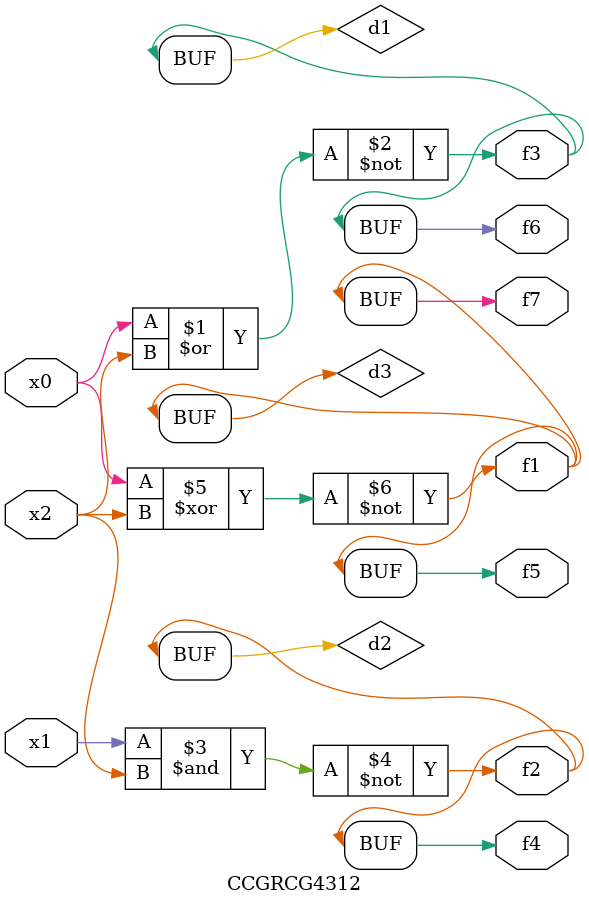
<source format=v>
module CCGRCG4312(
	input x0, x1, x2,
	output f1, f2, f3, f4, f5, f6, f7
);

	wire d1, d2, d3;

	nor (d1, x0, x2);
	nand (d2, x1, x2);
	xnor (d3, x0, x2);
	assign f1 = d3;
	assign f2 = d2;
	assign f3 = d1;
	assign f4 = d2;
	assign f5 = d3;
	assign f6 = d1;
	assign f7 = d3;
endmodule

</source>
